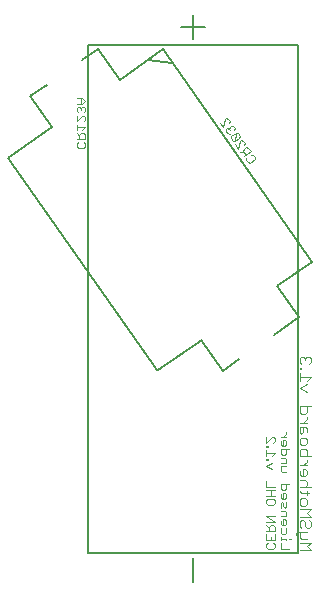
<source format=gbo>
G75*
%MOIN*%
%OFA0B0*%
%FSLAX24Y24*%
%IPPOS*%
%LPD*%
%AMOC8*
5,1,8,0,0,1.08239X$1,22.5*
%
%ADD10C,0.0030*%
%ADD11C,0.0050*%
%ADD12C,0.0040*%
D10*
X010994Y018563D02*
X010939Y018642D01*
X010951Y018710D01*
X010932Y018820D02*
X010849Y018939D01*
X010861Y019007D01*
X010940Y019062D01*
X011008Y019050D01*
X011091Y018931D01*
X010853Y018765D01*
X010877Y018900D02*
X010742Y018923D01*
X010684Y019006D02*
X010732Y019276D01*
X010771Y019304D01*
X010839Y019292D01*
X010894Y019212D01*
X010882Y019145D01*
X010684Y019006D02*
X010573Y019165D01*
X010555Y019275D02*
X010602Y019545D01*
X010444Y019434D01*
X010432Y019367D01*
X010487Y019287D01*
X010555Y019275D01*
X010713Y019386D01*
X010725Y019454D01*
X010670Y019533D01*
X010602Y019545D01*
X010544Y019628D02*
X010556Y019695D01*
X010501Y019774D01*
X010433Y019786D01*
X010394Y019759D01*
X010382Y019691D01*
X010314Y019703D01*
X010275Y019675D01*
X010263Y019608D01*
X010318Y019529D01*
X010386Y019517D01*
X010410Y019652D02*
X010382Y019691D01*
X010375Y019869D02*
X010387Y019937D01*
X010332Y020016D01*
X010264Y020028D01*
X010225Y020000D01*
X010177Y019730D01*
X010066Y019889D01*
X010994Y018563D02*
X011062Y018551D01*
X011220Y018662D01*
X011232Y018730D01*
X011177Y018809D01*
X011109Y018821D01*
X012782Y012092D02*
X012721Y012030D01*
X012721Y011907D01*
X012782Y011845D01*
X012782Y011723D02*
X012721Y011723D01*
X012721Y011661D01*
X012782Y011661D01*
X012782Y011723D01*
X012721Y011539D02*
X012721Y011292D01*
X012721Y011416D02*
X013091Y011416D01*
X012967Y011292D01*
X012967Y011171D02*
X012721Y011048D01*
X012967Y010924D01*
X012967Y010434D02*
X012967Y010249D01*
X012906Y010188D01*
X012782Y010188D01*
X012721Y010249D01*
X012721Y010434D01*
X013091Y010434D01*
X012967Y010066D02*
X012967Y010004D01*
X012844Y009881D01*
X012844Y009759D02*
X012844Y009574D01*
X012782Y009512D01*
X012721Y009574D01*
X012721Y009759D01*
X012906Y009759D01*
X012967Y009697D01*
X012967Y009574D01*
X012906Y009391D02*
X012967Y009329D01*
X012967Y009206D01*
X012906Y009144D01*
X012782Y009144D01*
X012721Y009206D01*
X012721Y009329D01*
X012782Y009391D01*
X012906Y009391D01*
X012906Y009023D02*
X012782Y009023D01*
X012721Y008961D01*
X012721Y008776D01*
X013091Y008776D01*
X012967Y008776D02*
X012967Y008961D01*
X012906Y009023D01*
X012967Y008654D02*
X012967Y008592D01*
X012844Y008469D01*
X012844Y008347D02*
X012844Y008100D01*
X012782Y008100D02*
X012906Y008100D01*
X012967Y008162D01*
X012967Y008286D01*
X012906Y008347D01*
X012844Y008347D01*
X012721Y008286D02*
X012721Y008162D01*
X012782Y008100D01*
X012721Y007979D02*
X012906Y007979D01*
X012967Y007917D01*
X012967Y007794D01*
X012906Y007732D01*
X012967Y007610D02*
X012967Y007487D01*
X013029Y007548D02*
X012782Y007548D01*
X012721Y007610D01*
X012721Y007732D02*
X013091Y007732D01*
X012906Y007365D02*
X012967Y007303D01*
X012967Y007180D01*
X012906Y007118D01*
X012782Y007118D01*
X012721Y007180D01*
X012721Y007303D01*
X012782Y007365D01*
X012906Y007365D01*
X013091Y006997D02*
X012721Y006997D01*
X012721Y006750D02*
X013091Y006750D01*
X012967Y006873D01*
X013091Y006997D01*
X013029Y006629D02*
X013091Y006567D01*
X013091Y006443D01*
X013029Y006382D01*
X012967Y006382D01*
X012906Y006443D01*
X012906Y006567D01*
X012844Y006629D01*
X012782Y006629D01*
X012721Y006567D01*
X012721Y006443D01*
X012782Y006382D01*
X012721Y006260D02*
X012721Y006075D01*
X012782Y006013D01*
X012967Y006013D01*
X013091Y005892D02*
X012967Y005768D01*
X013091Y005645D01*
X012721Y005645D01*
X012721Y005892D02*
X013091Y005892D01*
X012967Y006260D02*
X012659Y006260D01*
X012597Y006198D01*
X012597Y006137D01*
X012427Y006026D02*
X012379Y006026D01*
X012282Y006026D02*
X012089Y006026D01*
X012089Y005978D02*
X012089Y006075D01*
X012137Y006174D02*
X012089Y006223D01*
X012089Y006368D01*
X012137Y006469D02*
X012234Y006469D01*
X012282Y006517D01*
X012282Y006614D01*
X012234Y006662D01*
X012185Y006662D01*
X012185Y006469D01*
X012137Y006469D02*
X012089Y006517D01*
X012089Y006614D01*
X012089Y006764D02*
X012282Y006764D01*
X012282Y006909D01*
X012234Y006957D01*
X012089Y006957D01*
X012089Y007058D02*
X012089Y007203D01*
X012137Y007252D01*
X012185Y007203D01*
X012185Y007107D01*
X012234Y007058D01*
X012282Y007107D01*
X012282Y007252D01*
X012234Y007353D02*
X012137Y007353D01*
X012089Y007401D01*
X012089Y007498D01*
X012185Y007546D02*
X012185Y007353D01*
X012234Y007353D02*
X012282Y007401D01*
X012282Y007498D01*
X012234Y007546D01*
X012185Y007546D01*
X012137Y007648D02*
X012234Y007648D01*
X012282Y007696D01*
X012282Y007841D01*
X012379Y007841D02*
X012089Y007841D01*
X012089Y007696D01*
X012137Y007648D01*
X011899Y007645D02*
X011609Y007645D01*
X011609Y007746D02*
X011609Y007939D01*
X011609Y007746D02*
X011899Y007746D01*
X011754Y007645D02*
X011754Y007451D01*
X011850Y007350D02*
X011657Y007350D01*
X011609Y007302D01*
X011609Y007205D01*
X011657Y007156D01*
X011850Y007156D01*
X011899Y007205D01*
X011899Y007302D01*
X011850Y007350D01*
X011899Y007451D02*
X011609Y007451D01*
X011609Y006761D02*
X011899Y006761D01*
X011899Y006567D02*
X011609Y006761D01*
X011609Y006567D02*
X011899Y006567D01*
X011850Y006466D02*
X011754Y006466D01*
X011705Y006418D01*
X011705Y006273D01*
X011705Y006369D02*
X011609Y006466D01*
X011609Y006273D02*
X011899Y006273D01*
X011899Y006418D01*
X011850Y006466D01*
X011899Y006171D02*
X011899Y005978D01*
X011609Y005978D01*
X011609Y006171D01*
X011754Y006075D02*
X011754Y005978D01*
X011850Y005877D02*
X011899Y005828D01*
X011899Y005732D01*
X011850Y005683D01*
X011657Y005683D01*
X011609Y005732D01*
X011609Y005828D01*
X011657Y005877D01*
X012089Y005877D02*
X012089Y005683D01*
X012379Y005683D01*
X012282Y005978D02*
X012282Y006026D01*
X012234Y006174D02*
X012137Y006174D01*
X012234Y006174D02*
X012282Y006223D01*
X012282Y006368D01*
X012282Y008237D02*
X012137Y008237D01*
X012089Y008285D01*
X012089Y008430D01*
X012282Y008430D01*
X012282Y008532D02*
X012089Y008532D01*
X012089Y008725D02*
X012234Y008725D01*
X012282Y008677D01*
X012282Y008532D01*
X012234Y008826D02*
X012137Y008826D01*
X012089Y008875D01*
X012089Y009020D01*
X012379Y009020D01*
X012282Y009020D02*
X012282Y008875D01*
X012234Y008826D01*
X012234Y009121D02*
X012137Y009121D01*
X012089Y009169D01*
X012089Y009266D01*
X012185Y009314D02*
X012185Y009121D01*
X012234Y009121D02*
X012282Y009169D01*
X012282Y009266D01*
X012234Y009314D01*
X012185Y009314D01*
X012185Y009415D02*
X012282Y009512D01*
X012282Y009561D01*
X012282Y009415D02*
X012089Y009415D01*
X011899Y009364D02*
X011899Y009267D01*
X011850Y009219D01*
X011899Y009364D02*
X011850Y009413D01*
X011802Y009413D01*
X011609Y009219D01*
X011609Y009413D01*
X011609Y009120D02*
X011609Y009072D01*
X011657Y009072D01*
X011657Y009120D01*
X011609Y009120D01*
X011609Y008971D02*
X011609Y008777D01*
X011609Y008874D02*
X011899Y008874D01*
X011802Y008777D01*
X011657Y008678D02*
X011609Y008678D01*
X011609Y008630D01*
X011657Y008630D01*
X011657Y008678D01*
X011802Y008529D02*
X011609Y008432D01*
X011802Y008335D01*
X012721Y008469D02*
X012967Y008469D01*
X012967Y009881D02*
X012721Y009881D01*
X013029Y011845D02*
X013091Y011907D01*
X013091Y012030D01*
X013029Y012092D01*
X012967Y012092D01*
X012906Y012030D01*
X012844Y012092D01*
X012782Y012092D01*
X012906Y012030D02*
X012906Y011968D01*
D11*
X012673Y005560D02*
X005673Y005560D01*
X005673Y022490D01*
X012673Y022490D01*
X012673Y005560D01*
X009173Y005364D02*
X009173Y004576D01*
X010157Y011612D02*
X010705Y011996D01*
X010157Y011612D02*
X009434Y012644D01*
X009457Y012660D02*
X008006Y011644D01*
X007983Y011628D02*
X003015Y018723D01*
X004482Y019750D01*
X004466Y019739D02*
X003744Y020771D01*
X004292Y021155D01*
X005453Y021968D02*
X006001Y022352D01*
X006724Y021320D01*
X008175Y022336D01*
X013143Y015241D01*
X011982Y014428D01*
X012705Y013396D01*
X011866Y012809D01*
X008459Y021862D02*
X007659Y021975D01*
X008779Y023080D02*
X009566Y023080D01*
X009173Y022686D02*
X009173Y023474D01*
D12*
X005570Y020616D02*
X005477Y020709D01*
X005290Y020709D01*
X005430Y020709D02*
X005430Y020523D01*
X005477Y020523D02*
X005570Y020616D01*
X005477Y020523D02*
X005290Y020523D01*
X005336Y020415D02*
X005290Y020368D01*
X005290Y020275D01*
X005336Y020228D01*
X005290Y020120D02*
X005290Y019933D01*
X005477Y020120D01*
X005523Y020120D01*
X005570Y020073D01*
X005570Y019980D01*
X005523Y019933D01*
X005570Y019732D02*
X005477Y019639D01*
X005523Y019531D02*
X005430Y019531D01*
X005383Y019484D01*
X005383Y019344D01*
X005290Y019344D02*
X005570Y019344D01*
X005570Y019484D01*
X005523Y019531D01*
X005383Y019437D02*
X005290Y019531D01*
X005290Y019639D02*
X005290Y019825D01*
X005290Y019732D02*
X005570Y019732D01*
X005523Y019236D02*
X005570Y019189D01*
X005570Y019096D01*
X005523Y019049D01*
X005336Y019049D01*
X005290Y019096D01*
X005290Y019189D01*
X005336Y019236D01*
X005523Y020228D02*
X005570Y020275D01*
X005570Y020368D01*
X005523Y020415D01*
X005477Y020415D01*
X005430Y020368D01*
X005383Y020415D01*
X005336Y020415D01*
X005430Y020368D02*
X005430Y020321D01*
M02*

</source>
